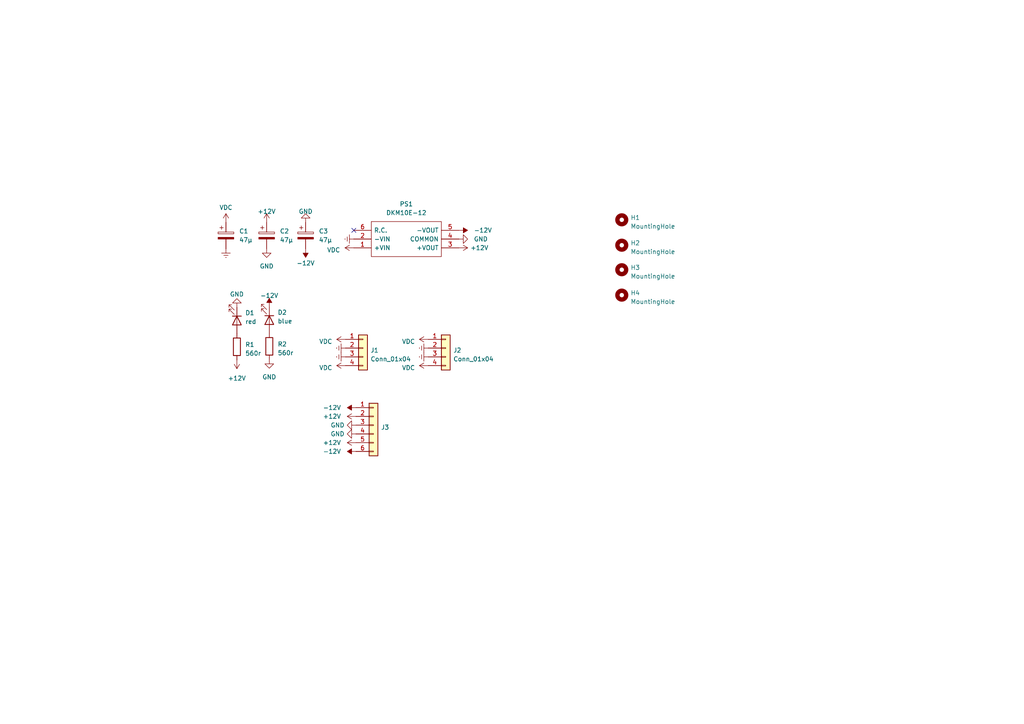
<source format=kicad_sch>
(kicad_sch (version 20230121) (generator eeschema)
  (paper "A4")
  (lib_symbols
    (symbol "Connector_Generic:Conn_01x04" (pin_names (offset 1.016) hide)
      (property "Reference" "J" (at 0 5.08 0))
      (property "Value" "Conn_01x04" (at 0 -7.62 0))
      (symbol "Conn_01x04_1_1"
        (rectangle (start -1.27 -4.953) (end 0 -5.207) (stroke (width 0.1524)))
        (rectangle (start -1.27 -2.413) (end 0 -2.667) (stroke (width 0.1524)))
        (rectangle (start -1.27 0.127) (end 0 -0.127) (stroke (width 0.1524)))
        (rectangle (start -1.27 2.667) (end 0 2.413) (stroke (width 0.1524)))
        (rectangle (start -1.27 3.81) (end 1.27 -6.35) (stroke (width 0.254)) (fill (type background)))
        (pin passive line (at -5.08 2.54 0) (length 3.81) (name "Pin_1") (number "1"))
        (pin passive line (at -5.08 0 0) (length 3.81) (name "Pin_2") (number "2"))
        (pin passive line (at -5.08 -2.54 0) (length 3.81) (name "Pin_3") (number "3"))
        (pin passive line (at -5.08 -5.08 0) (length 3.81) (name "Pin_4") (number "4"))
      )
    )
    (symbol "Connector_Generic:Conn_01x06" (pin_names (offset 1.016) hide)
      (property "Reference" "J" (at 0 7.62 0))
      (property "Value" "Conn_01x06" (at 0 -10.16 0))
      (symbol "Conn_01x06_1_1"
        (rectangle (start -1.27 -7.493) (end 0 -7.747) (stroke (width 0.1524)))
        (rectangle (start -1.27 -4.953) (end 0 -5.207) (stroke (width 0.1524)))
        (rectangle (start -1.27 -2.413) (end 0 -2.667) (stroke (width 0.1524)))
        (rectangle (start -1.27 0.127) (end 0 -0.127) (stroke (width 0.1524)))
        (rectangle (start -1.27 2.667) (end 0 2.413) (stroke (width 0.1524)))
        (rectangle (start -1.27 5.207) (end 0 4.953) (stroke (width 0.1524)))
        (rectangle (start -1.27 6.35) (end 1.27 -8.89) (stroke (width 0.254)) (fill (type background)))
        (pin passive line (at -5.08 5.08 0) (length 3.81) (name "Pin_1") (number "1"))
        (pin passive line (at -5.08 2.54 0) (length 3.81) (name "Pin_2") (number "2"))
        (pin passive line (at -5.08 0 0) (length 3.81) (name "Pin_3") (number "3"))
        (pin passive line (at -5.08 -2.54 0) (length 3.81) (name "Pin_4") (number "4"))
        (pin passive line (at -5.08 -5.08 0) (length 3.81) (name "Pin_5") (number "5"))
        (pin passive line (at -5.08 -7.62 0) (length 3.81) (name "Pin_6") (number "6"))
      )
    )
    (symbol "DKM10E-12:DKM10E-12" (pin_names (offset 0.762))
      (property "Reference" "PS" (at 26.67 7.62 0))
      (property "Value" "DKM10E-12" (at 26.67 5.08 0))
      (symbol "DKM10E-12_0_0"
        (pin passive line (at 0 -5.08 0) (length 5.08) (name "+VIN") (number "1"))
        (pin passive line (at 0 -2.54 0) (length 5.08) (name "-VIN") (number "2"))
        (pin passive line (at 30.48 -5.08 180) (length 5.08) (name "+VOUT") (number "3"))
        (pin passive line (at 30.48 -2.54 180) (length 5.08) (name "COMMON") (number "4"))
        (pin passive line (at 30.48 0 180) (length 5.08) (name "-VOUT") (number "5"))
        (pin passive line (at 0 0 0) (length 5.08) (name "R.C.") (number "6"))
      )
      (symbol "DKM10E-12_0_1"
        (polyline (pts (xy 5.08 2.54) (xy 25.4 2.54) (xy 25.4 -7.62) (xy 5.08 -7.62) (xy 5.08 2.54)) (stroke (width 0.1524)))
      )
    )
    (symbol "Device:C_Polarized" (pin_numbers hide) (pin_names (offset 0.254))
      (property "Reference" "C" (at 0.635 2.54 0))
      (property "Value" "C_Polarized" (at 0.635 -2.54 0))
      (symbol "C_Polarized_0_1"
        (rectangle (start -2.286 0.508) (end 2.286 1.016))
        (polyline (pts (xy -1.778 2.286) (xy -0.762 2.286)))
        (polyline (pts (xy -1.27 2.794) (xy -1.27 1.778)))
        (rectangle (start 2.286 -0.508) (end -2.286 -1.016) (fill (type outline)))
      )
      (symbol "C_Polarized_1_1"
        (pin passive line (at 0 3.81 270) (length 2.794) (name "~") (number "1"))
        (pin passive line (at 0 -3.81 90) (length 2.794) (name "~") (number "2"))
      )
    )
    (symbol "Device:LED" (pin_numbers hide) (pin_names (offset 1.016) hide)
      (property "Reference" "D" (at 0 2.54 0))
      (property "Value" "LED" (at 0 -2.54 0))
      (symbol "LED_0_1"
        (polyline (pts (xy -1.27 -1.27) (xy -1.27 1.27)) (stroke (width 0.254)))
        (polyline (pts (xy -1.27 0) (xy 1.27 0)))
        (polyline (pts (xy 1.27 -1.27) (xy 1.27 1.27) (xy -1.27 0) (xy 1.27 -1.27)) (stroke (width 0.254)))
        (polyline (pts (xy -3.048 -0.762) (xy -4.572 -2.286) (xy -3.81 -2.286) (xy -4.572 -2.286) (xy -4.572 -1.524)))
        (polyline (pts (xy -1.778 -0.762) (xy -3.302 -2.286) (xy -2.54 -2.286) (xy -3.302 -2.286) (xy -3.302 -1.524)))
      )
      (symbol "LED_1_1"
        (pin passive line (at -3.81 0 0) (length 2.54) (name "K") (number "1"))
        (pin passive line (at 3.81 0 180) (length 2.54) (name "A") (number "2"))
      )
    )
    (symbol "Device:R" (pin_numbers hide) (pin_names (offset 0))
      (property "Reference" "R" (at 2.032 0 90))
      (property "Value" "R" (at 0 0 90))
      (symbol "R_0_1"
        (rectangle (start -1.016 -2.54) (end 1.016 2.54) (stroke (width 0.254)))
      )
      (symbol "R_1_1"
        (pin passive line (at 0 3.81 270) (length 1.27) (name "~") (number "1"))
        (pin passive line (at 0 -3.81 90) (length 1.27) (name "~") (number "2"))
      )
    )
    (symbol "Mechanical:MountingHole" (pin_names (offset 1.016))
      (property "Reference" "H" (at 0 5.08 0))
      (property "Value" "MountingHole" (at 0 3.175 0))
      (symbol "MountingHole_0_1"
        (circle (center 0 0) (radius 1.27) (stroke (width 1.27)))
      )
    )
    (symbol "power:+12V" (power) (pin_names (offset 0))
      (property "Value" "+12V" (at 0 3.556 0))
      (symbol "+12V_0_1"
        (polyline (pts (xy -0.762 1.27) (xy 0 2.54)))
        (polyline (pts (xy 0 0) (xy 0 2.54)))
        (polyline (pts (xy 0 2.54) (xy 0.762 1.27)))
      )
      (symbol "+12V_1_1"
        (pin power_in line (at 0 0 90) (length 0) hide (name "+12V") (number "1"))
      )
    )
    (symbol "power:-12V" (power) (pin_names (offset 0))
      (property "Value" "-12V" (at 0 3.81 0))
      (symbol "-12V_0_0"
        (pin power_in line (at 0 0 90) (length 0) hide (name "-12V") (number "1"))
      )
      (symbol "-12V_0_1"
        (polyline (pts (xy 0 0) (xy 0 1.27) (xy 0.762 1.27) (xy 0 2.54) (xy -0.762 1.27) (xy 0 1.27)) (fill (type outline)))
      )
    )
    (symbol "power:Earth" (power) (pin_names (offset 0))
      (symbol "Earth_0_1"
        (polyline (pts (xy -0.635 -1.905) (xy 0.635 -1.905)))
        (polyline (pts (xy -0.127 -2.54) (xy 0.127 -2.54)))
        (polyline (pts (xy 0 -1.27) (xy 0 0)))
        (polyline (pts (xy 1.27 -1.27) (xy -1.27 -1.27)))
      )
      (symbol "Earth_1_1"
        (pin power_in line (at 0 0 270) (length 0) hide (name "Earth") (number "1"))
      )
    )
    (symbol "power:GND" (power) (pin_names (offset 0))
      (property "Value" "GND" (at 0 -3.81 0))
      (symbol "GND_0_1"
        (polyline (pts (xy 0 0) (xy 0 -1.27) (xy 1.27 -1.27) (xy 0 -2.54) (xy -1.27 -1.27) (xy 0 -1.27)))
      )
      (symbol "GND_1_1"
        (pin power_in line (at 0 0 270) (length 0) hide (name "GND") (number "1"))
      )
    )
    (symbol "power:VDC" (power) (pin_names (offset 0))
      (property "Value" "VDC" (at 0 6.35 0))
      (symbol "VDC_0_1"
        (polyline (pts (xy -0.762 1.27) (xy 0 2.54)))
        (polyline (pts (xy 0 0) (xy 0 2.54)))
        (polyline (pts (xy 0 2.54) (xy 0.762 1.27)))
      )
      (symbol "VDC_1_1"
        (pin power_in line (at 0 0 90) (length 0) hide (name "VDC") (number "1"))
      )
    )
  )
  (no_connect (at 102.616 66.802))
  (symbol (lib_id "Device:R") (at 68.707 100.584 0) (unit 1)
    (property "Reference" "R1" (at 71.12 99.949 0) (effects (justify left)))
    (property "Value" "560r" (at 71.12 102.489 0) (effects (justify left)))
    (property "Footprint" "Resistor_SMD:R_0805_2012Metric_Pad1.20x1.40mm_HandSolder" (effects hide))
  )
  (symbol (lib_id "power:+12V") (at 103.251 120.777 90) (unit 1)
    (property "Reference" "#PWR026" (effects hide))
    (property "Value" "+12V" (at 98.933 120.7769 90) (effects (justify left)))
  )
  (symbol (lib_id "Mechanical:MountingHole") (at 180.34 78.232 0) (unit 1)
    (property "Reference" "H3" (at 182.88 77.597 0) (effects (justify left)))
    (property "Value" "MountingHole" (at 182.88 80.137 0) (effects (justify left)))
    (property "Footprint" "MountingHole:MountingHole_3.2mm_M3" (effects hide))
  )
  (symbol (lib_id "Mechanical:MountingHole") (at 180.34 63.754 0) (unit 1)
    (property "Reference" "H1" (at 182.88 63.119 0) (effects (justify left)))
    (property "Value" "MountingHole" (at 182.88 65.659 0) (effects (justify left)))
    (property "Footprint" "MountingHole:MountingHole_3.2mm_M3" (effects hide))
  )
  (symbol (lib_id "power:-12V") (at 133.096 66.802 270) (unit 1)
    (property "Reference" "#PWR03" (effects hide))
    (property "Value" "-12V" (at 137.414 66.8019 90) (effects (justify left)))
  )
  (symbol (lib_id "power:+12V") (at 77.343 64.516 0) (unit 1)
    (property "Reference" "#PWR017" (effects hide))
    (property "Value" "+12V" (at 77.343 61.341 0))
  )
  (symbol (lib_id "Device:C_Polarized") (at 88.646 68.326 0) (unit 1)
    (property "Reference" "C3" (at 92.456 67.0559 0) (effects (justify left)))
    (property "Value" "47μ" (at 92.456 69.5959 0) (effects (justify left)))
    (property "Footprint" "Capacitor_SMD:CP_Elec_5x4.5" (effects hide))
  )
  (symbol (lib_id "Device:LED") (at 68.707 92.964 270) (unit 1)
    (property "Reference" "D1" (at 71.12 90.7415 90) (effects (justify left)))
    (property "Value" "red" (at 71.12 93.2815 90) (effects (justify left)))
    (property "Footprint" "LED_SMD:LED_0805_2012Metric_Pad1.15x1.40mm_HandSolder" (effects hide))
  )
  (symbol (lib_id "power:VDC") (at 124.206 98.425 90) (unit 1)
    (property "Reference" "#PWR019" (effects hide))
    (property "Value" "VDC" (at 120.396 99.06 90) (effects (justify left)))
  )
  (symbol (lib_id "power:VDC") (at 100.203 106.045 90) (unit 1)
    (property "Reference" "#PWR012" (effects hide))
    (property "Value" "VDC" (at 96.393 106.68 90) (effects (justify left)))
  )
  (symbol (lib_id "power:GND") (at 103.251 123.317 270) (unit 1)
    (property "Reference" "#PWR028" (effects hide))
    (property "Value" "GND" (at 99.949 123.3169 90) (effects (justify right)))
  )
  (symbol (lib_id "power:VDC") (at 65.532 64.516 0) (unit 1)
    (property "Reference" "#PWR018" (effects hide))
    (property "Value" "VDC" (at 65.532 60.198 0))
  )
  (symbol (lib_id "power:-12V") (at 88.646 72.136 180) (unit 1)
    (property "Reference" "#PWR014" (effects hide))
    (property "Value" "-12V" (at 88.646 76.327 0))
  )
  (symbol (lib_id "power:Earth") (at 65.532 72.136 0) (unit 1)
    (property "Reference" "#PWR08" (effects hide))
    (property "Value" "Earth" (effects hide))
  )
  (symbol (lib_id "power:Earth") (at 100.203 103.505 270) (unit 1)
    (property "Reference" "#PWR016" (effects hide))
    (property "Value" "Earth" (effects hide))
  )
  (symbol (lib_id "power:VDC") (at 124.206 106.045 90) (unit 1)
    (property "Reference" "#PWR023" (effects hide))
    (property "Value" "VDC" (at 120.396 106.68 90) (effects (justify left)))
  )
  (symbol (lib_id "power:Earth") (at 124.206 100.965 270) (unit 1)
    (property "Reference" "#PWR020" (effects hide))
    (property "Value" "Earth" (effects hide))
  )
  (symbol (lib_id "Connector_Generic:Conn_01x04") (at 129.286 100.965 0) (unit 1)
    (property "Reference" "J2" (at 131.445 101.6 0) (effects (justify left)))
    (property "Value" "Conn_01x04" (at 131.445 104.14 0) (effects (justify left)))
    (property "Footprint" "Pale Slim Ghost:Molex_KK-254_AE-6410-04A_1x04_P2.54mm_Horizontal" (effects hide))
  )
  (symbol (lib_id "power:+12V") (at 133.096 71.882 270) (unit 1)
    (property "Reference" "#PWR07" (effects hide))
    (property "Value" "+12V" (at 136.398 71.8819 90) (effects (justify left)))
  )
  (symbol (lib_id "power:GND") (at 88.646 64.516 180) (unit 1)
    (property "Reference" "#PWR013" (effects hide))
    (property "Value" "GND" (at 88.646 61.341 0))
  )
  (symbol (lib_id "Device:LED") (at 78.105 92.837 270) (unit 1)
    (property "Reference" "D2" (at 80.518 90.6145 90) (effects (justify left)))
    (property "Value" "blue" (at 80.518 93.1545 90) (effects (justify left)))
    (property "Footprint" "LED_SMD:LED_0805_2012Metric_Pad1.15x1.40mm_HandSolder" (effects hide))
  )
  (symbol (lib_id "power:+12V") (at 68.707 104.394 180) (unit 1)
    (property "Reference" "#PWR01" (effects hide))
    (property "Value" "+12V" (at 68.707 109.728 0))
  )
  (symbol (lib_id "power:GND") (at 77.343 72.136 0) (unit 1)
    (property "Reference" "#PWR04" (effects hide))
    (property "Value" "GND" (at 77.343 77.216 0))
  )
  (symbol (lib_id "power:GND") (at 78.105 104.267 0) (unit 1)
    (property "Reference" "#PWR010" (effects hide))
    (property "Value" "GND" (at 78.105 109.347 0))
  )
  (symbol (lib_id "Device:C_Polarized") (at 65.532 68.326 0) (unit 1)
    (property "Reference" "C1" (at 69.342 67.0559 0) (effects (justify left)))
    (property "Value" "47μ" (at 69.342 69.5959 0) (effects (justify left)))
    (property "Footprint" "Capacitor_SMD:CP_Elec_5x4.5" (effects hide))
  )
  (symbol (lib_id "Connector_Generic:Conn_01x04") (at 105.283 100.965 0) (unit 1)
    (property "Reference" "J1" (at 107.442 101.6 0) (effects (justify left)))
    (property "Value" "Conn_01x04" (at 107.442 104.14 0) (effects (justify left)))
    (property "Footprint" "Pale Slim Ghost:Molex_KK-254_AE-6410-04A_1x04_P2.54mm_Horizontal" (effects hide))
  )
  (symbol (lib_id "power:+12V") (at 103.251 128.397 90) (mirror x) (unit 1)
    (property "Reference" "#PWR032" (effects hide))
    (property "Value" "+12V" (at 98.933 128.3971 90) (effects (justify left)))
  )
  (symbol (lib_id "Device:C_Polarized") (at 77.343 68.326 0) (unit 1)
    (property "Reference" "C2" (at 81.153 67.0559 0) (effects (justify left)))
    (property "Value" "47μ" (at 81.153 69.5959 0) (effects (justify left)))
    (property "Footprint" "Capacitor_SMD:CP_Elec_5x4.5" (effects hide))
  )
  (symbol (lib_id "power:GND") (at 133.096 69.342 90) (unit 1)
    (property "Reference" "#PWR06" (effects hide))
    (property "Value" "GND" (at 137.414 69.3419 90) (effects (justify right)))
  )
  (symbol (lib_id "Device:R") (at 78.105 100.457 0) (unit 1)
    (property "Reference" "R2" (at 80.518 99.822 0) (effects (justify left)))
    (property "Value" "560r" (at 80.518 102.362 0) (effects (justify left)))
    (property "Footprint" "Resistor_SMD:R_0805_2012Metric_Pad1.20x1.40mm_HandSolder" (effects hide))
  )
  (symbol (lib_id "power:VDC") (at 102.616 71.882 90) (unit 1)
    (property "Reference" "#PWR021" (effects hide))
    (property "Value" "VDC" (at 98.679 72.517 90) (effects (justify left)))
  )
  (symbol (lib_id "power:Earth") (at 124.206 103.505 270) (unit 1)
    (property "Reference" "#PWR022" (effects hide))
    (property "Value" "Earth" (effects hide))
  )
  (symbol (lib_id "power:-12V") (at 103.251 130.937 90) (mirror x) (unit 1)
    (property "Reference" "#PWR034" (effects hide))
    (property "Value" "-12V" (at 98.933 130.9371 90) (effects (justify left)))
  )
  (symbol (lib_id "power:-12V") (at 103.251 118.237 90) (unit 1)
    (property "Reference" "#PWR024" (effects hide))
    (property "Value" "-12V" (at 98.933 118.2369 90) (effects (justify left)))
  )
  (symbol (lib_id "Mechanical:MountingHole") (at 180.34 85.598 0) (unit 1)
    (property "Reference" "H4" (at 182.88 84.963 0) (effects (justify left)))
    (property "Value" "MountingHole" (at 182.88 87.503 0) (effects (justify left)))
    (property "Footprint" "MountingHole:MountingHole_3.2mm_M3" (effects hide))
  )
  (symbol (lib_id "power:Earth") (at 100.203 100.965 270) (unit 1)
    (property "Reference" "#PWR015" (effects hide))
    (property "Value" "Earth" (effects hide))
  )
  (symbol (lib_id "power:GND") (at 103.251 125.857 270) (mirror x) (unit 1)
    (property "Reference" "#PWR030" (effects hide))
    (property "Value" "GND" (at 99.949 125.8571 90) (effects (justify right)))
  )
  (symbol (lib_id "power:VDC") (at 100.203 98.425 90) (unit 1)
    (property "Reference" "#PWR011" (effects hide))
    (property "Value" "VDC" (at 96.393 99.06 90) (effects (justify left)))
  )
  (symbol (lib_id "Connector_Generic:Conn_01x06") (at 108.331 123.317 0) (unit 1)
    (property "Reference" "J3" (at 110.49 123.952 0) (effects (justify left)))
    (property "Value" "Conn_01x06" (effects hide))
    (property "Footprint" "Pale Slim Ghost:Molex_KK-254_AE-6410-06A_1x06_P2.54mm_Horizontal" (effects hide))
  )
  (symbol (lib_id "power:Earth") (at 102.616 69.342 270) (unit 1)
    (property "Reference" "#PWR05" (effects hide))
    (property "Value" "Earth" (effects hide))
  )
  (symbol (lib_id "Mechanical:MountingHole") (at 180.34 71.12 0) (unit 1)
    (property "Reference" "H2" (at 182.88 70.485 0) (effects (justify left)))
    (property "Value" "MountingHole" (at 182.88 73.025 0) (effects (justify left)))
    (property "Footprint" "MountingHole:MountingHole_3.2mm_M3" (effects hide))
  )
  (symbol (lib_id "DKM10E-12:DKM10E-12") (at 102.616 66.802 0) (unit 1)
    (property "Reference" "PS1" (at 117.856 59.182 0))
    (property "Value" "DKM10E-12" (at 117.856 61.722 0))
    (property "Footprint" "Converter_DCDC:DKM10E12" (effects hide))
    (property "Datasheet" "https://www.arrow.com/en/products/dkm10e-12/mean-well-enterprises" (effects hide))
    (property "Description" "Isolated DC/DC Converters 4.7-9Vin +/-12Vout +/-416mA DIP Iso Reg" (effects hide))
    (property "Height" "10.7" (effects hide))
    (property "Manufacturer_Name" "Mean Well" (effects hide))
    (property "Manufacturer_Part_Number" "DKM10E-12" (effects hide))
    (property "Mouser Part Number" "709-DKM10E-12" (effects hide))
    (property "Mouser Price/Stock" "https://www.mouser.co.uk/ProductDetail/MEAN-WELL/DKM10E-12?qs=5aG0NVq1C4zPtXAOpwxv0A%3D%3D" (effects hide))
    (property "Arrow Part Number" "DKM10E-12" (effects hide))
    (property "Arrow Price/Stock" "https://www.arrow.com/en/products/dkm10e-12/mean-well-enterprises?region=nac" (effects hide))
  )
  (symbol (lib_id "power:GND") (at 68.707 89.154 180) (unit 1)
    (property "Reference" "#PWR02" (effects hide))
    (property "Value" "GND" (at 68.707 85.344 0))
  )
  (symbol (lib_id "power:-12V") (at 78.105 89.027 0) (unit 1)
    (property "Reference" "#PWR09" (effects hide))
    (property "Value" "-12V" (at 78.105 85.725 0))
  )
)
</source>
